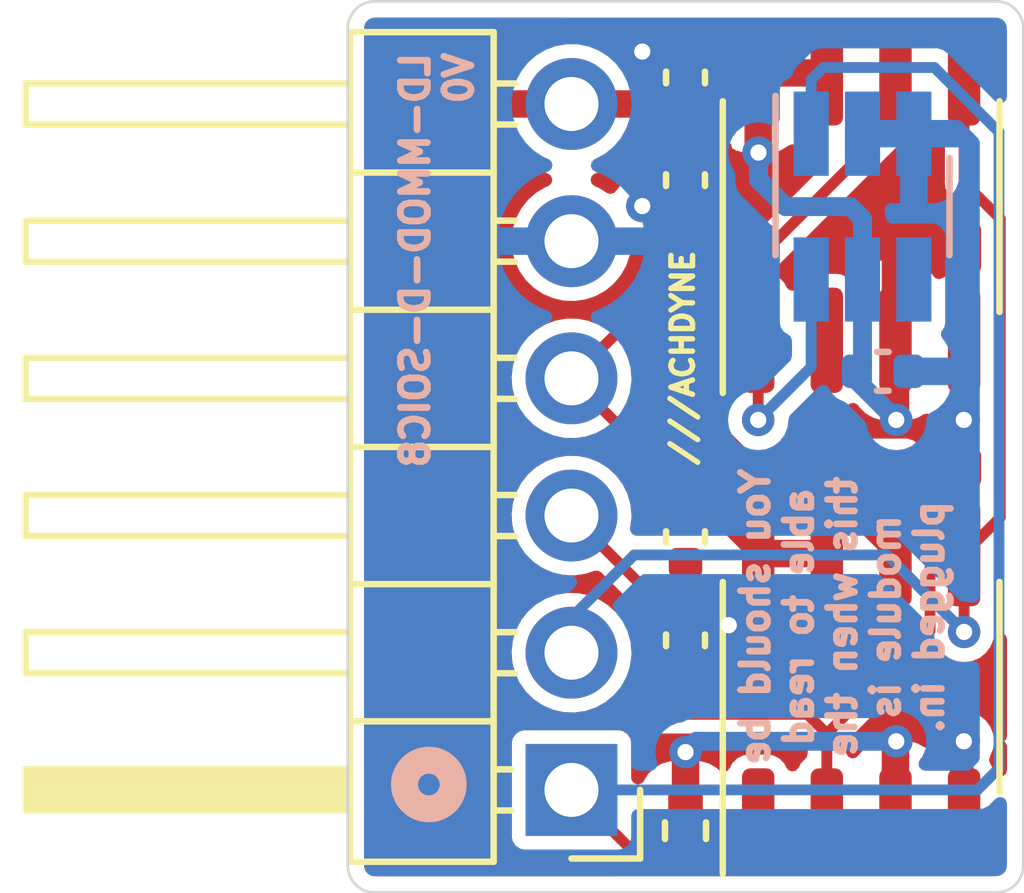
<source format=kicad_pcb>
(kicad_pcb (version 20211014) (generator pcbnew)
  (layers (0 "F.Cu" signal) (31 "B.Cu" signal) (34 "B.Paste" user) (35 "F.Paste" user) (36 "B.SilkS" user "B.Silkscreen") (37 "F.SilkS" user "F.Silkscreen") (38 "B.Mask" user) (39 "F.Mask" user) (44 "Edge.Cuts" user))
  (net 0 "")
  (net 1 "GND")
  (net 2 "/PWR3V3")
  (net 3 "/SPI_SCK")
  (net 4 "/SPI_MISO")
  (net 5 "/SPI_MOSI")
  (net 6 "/SPI_SS")
  (net 8 "/SPI_SS_INV")
  (footprint "Connector_PinHeader_2.54mm:PinHeader_1x06_P2.54mm_Horizontal" (layer "F.Cu") (at 104.14 114.6 180)
    (fp_text reference "PMOD1" hide)
    (fp_text value "PMOD-Device-x1-Type-2-SPI" hide)
    (fp_line (start 1.44 14.03) (end 4.1 14.03) (layer "F.SilkS") (width 0.12))
    (fp_line (start 4.1 -0.08) (end 10.1 -0.08) (layer "F.SilkS") (width 0.12))
    (fp_line (start 4.1 -1.33) (end 1.44 -1.33) (layer "F.SilkS") (width 0.12))
    (fp_line (start 1.44 1.27) (end 4.1 1.27) (layer "F.SilkS") (width 0.12))
    (fp_line (start 4.1 -0.2) (end 10.1 -0.2) (layer "F.SilkS") (width 0.12))
    (fp_line (start 4.1 -0.38) (end 10.1 -0.38) (layer "F.SilkS") (width 0.12))
    (fp_line (start 1.042929 8) (end 1.44 8) (layer "F.SilkS") (width 0.12))
    (fp_line (start 4.1 7.24) (end 10.1 7.24) (layer "F.SilkS") (width 0.12))
    (fp_line (start 10.1 8) (end 4.1 8) (layer "F.SilkS") (width 0.12))
    (fp_line (start 4.1 9.78) (end 10.1 9.78) (layer "F.SilkS") (width 0.12))
    (fp_line (start 1.44 -1.33) (end 1.44 14.03) (layer "F.SilkS") (width 0.12))
    (fp_line (start 1.042929 10.54) (end 1.44 10.54) (layer "F.SilkS") (width 0.12))
    (fp_line (start 1.042929 12.32) (end 1.44 12.32) (layer "F.SilkS") (width 0.12))
    (fp_line (start 1.11 0.38) (end 1.44 0.38) (layer "F.SilkS") (width 0.12))
    (fp_line (start 4.1 12.32) (end 10.1 12.32) (layer "F.SilkS") (width 0.12))
    (fp_line (start 1.44 6.35) (end 4.1 6.35) (layer "F.SilkS") (width 0.12))
    (fp_line (start 1.042929 4.7) (end 1.44 4.7) (layer "F.SilkS") (width 0.12))
    (fp_line (start -1.27 -1.27) (end 0 -1.27) (layer "F.SilkS") (width 0.12))
    (fp_line (start 1.042929 2.92) (end 1.44 2.92) (layer "F.SilkS") (width 0.12))
    (fp_line (start 10.1 10.54) (end 4.1 10.54) (layer "F.SilkS") (width 0.12))
    (fp_line (start 10.1 2.92) (end 4.1 2.92) (layer "F.SilkS") (width 0.12))
    (fp_line (start 1.042929 2.16) (end 1.44 2.16) (layer "F.SilkS") (width 0.12))
    (fp_line (start 4.1 0.04) (end 10.1 0.04) (layer "F.SilkS") (width 0.12))
    (fp_line (start 4.1 2.16) (end 10.1 2.16) (layer "F.SilkS") (width 0.12))
    (fp_line (start 10.1 9.78) (end 10.1 10.54) (layer "F.SilkS") (width 0.12))
    (fp_line (start 10.1 13.08) (end 4.1 13.08) (layer "F.SilkS") (width 0.12))
    (fp_line (start 4.1 0.16) (end 10.1 0.16) (layer "F.SilkS") (width 0.12))
    (fp_line (start 10.1 7.24) (end 10.1 8) (layer "F.SilkS") (width 0.12))
    (fp_line (start 10.1 -0.38) (end 10.1 0.38) (layer "F.SilkS") (width 0.12))
    (fp_line (start 10.1 5.46) (end 4.1 5.46) (layer "F.SilkS") (width 0.12))
    (fp_line (start 10.1 4.7) (end 10.1 5.46) (layer "F.SilkS") (width 0.12))
    (fp_line (start 1.042929 5.46) (end 1.44 5.46) (layer "F.SilkS") (width 0.12))
    (fp_line (start 10.1 2.16) (end 10.1 2.92) (layer "F.SilkS") (width 0.12))
    (fp_line (start 1.042929 13.08) (end 1.44 13.08) (layer "F.SilkS") (width 0.12))
    (fp_line (start 4.1 4.7) (end 10.1 4.7) (layer "F.SilkS") (width 0.12))
    (fp_line (start 10.1 0.38) (end 4.1 0.38) (layer "F.SilkS") (width 0.12))
    (fp_line (start 1.44 8.89) (end 4.1 8.89) (layer "F.SilkS") (width 0.12))
    (fp_line (start 4.1 -0.32) (end 10.1 -0.32) (layer "F.SilkS") (width 0.12))
    (fp_line (start 1.042929 7.24) (end 1.44 7.24) (layer "F.SilkS") (width 0.12))
    (fp_line (start 10.1 12.32) (end 10.1 13.08) (layer "F.SilkS") (width 0.12))
    (fp_line (start 1.042929 9.78) (end 1.44 9.78) (layer "F.SilkS") (width 0.12))
    (fp_line (start 1.44 11.43) (end 4.1 11.43) (layer "F.SilkS") (width 0.12))
    (fp_line (start 1.44 3.81) (end 4.1 3.81) (layer "F.SilkS") (width 0.12))
    (fp_line (start -1.27 0) (end -1.27 -1.27) (layer "F.SilkS") (width 0.12))
    (fp_line (start 1.11 -0.38) (end 1.44 -0.38) (layer "F.SilkS") (width 0.12))
    (fp_line (start 4.1 0.28) (end 10.1 0.28) (layer "F.SilkS") (width 0.12))
    (fp_line (start 4.1 14.03) (end 4.1 -1.33) (layer "F.SilkS") (width 0.12))
    (pad "1" thru_hole rect (at 0 0 180) (size 1.7 1.7) (drill 1) (layers *.Cu *.Mask) (net 6 "/SPI_SS"))
    (pad "2" thru_hole oval (at 0 2.54 180) (size 1.7 1.7) (drill 1) (layers *.Cu *.Mask) (net 5 "/SPI_MOSI"))
    (pad "3" thru_hole oval (at 0 5.08 180) (size 1.7 1.7) (drill 1) (layers *.Cu *.Mask) (net 4 "/SPI_MISO"))
    (pad "4" thru_hole oval (at 0 7.62 180) (size 1.7 1.7) (drill 1) (layers *.Cu *.Mask) (net 3 "/SPI_SCK"))
    (pad "5" thru_hole oval (at 0 10.16 180) (size 1.7 1.7) (drill 1) (layers *.Cu *.Mask) (net 1 "GND"))
    (pad "6" thru_hole oval (at 0 12.7 180) (size 1.7 1.7) (drill 1) (layers *.Cu *.Mask) (net 2 "/PWR3V3"))
  )
  (footprint "Capacitor_SMD:C_0402_1005Metric" (layer "F.Cu") (at 106.25 111.83 90)
    (fp_text reference "C2" hide)
    (fp_text value "1uF" hide)
    (fp_line (start -0.107836 -0.36) (end 0.107836 -0.36) (layer "F.SilkS") (width 0.12))
    (fp_line (start -0.107836 0.36) (end 0.107836 0.36) (layer "F.SilkS") (width 0.12))
    (pad "1" smd roundrect (at -0.48 0 90) (size 0.56 0.62) (layers "F.Cu" "F.Paste" "F.Mask") (net 2 "/PWR3V3"))
    (pad "2" smd roundrect (at 0.48 0 90) (size 0.56 0.62) (layers "F.Cu" "F.Paste" "F.Mask") (net 1 "GND"))
  )
  (footprint "Package_SO:SOIC-8_3.9x4.9mm_P1.27mm" (layer "F.Cu") (at 109.5 103.8 90)
    (fp_text reference "U2" hide)
    (fp_text value "AT25SF081-SSHD-X" hide)
    (fp_line (start 0 -2.56) (end -3.45 -2.56) (layer "F.SilkS") (width 0.12))
    (fp_line (start 0 2.56) (end -1.95 2.56) (layer "F.SilkS") (width 0.12))
    (fp_line (start 0 -2.56) (end 1.95 -2.56) (layer "F.SilkS") (width 0.12))
    (fp_line (start 0 2.56) (end 1.95 2.56) (layer "F.SilkS") (width 0.12))
    (pad "1" smd roundrect (at -2.475 -1.905 90) (size 1.95 0.6) (layers "F.Cu" "F.Paste" "F.Mask") (net 8 "/SPI_SS_INV"))
    (pad "2" smd roundrect (at -2.475 -0.635 90) (size 1.95 0.6) (layers "F.Cu" "F.Paste" "F.Mask") (net 4 "/SPI_MISO"))
    (pad "3" smd roundrect (at -2.475 0.635 90) (size 1.95 0.6) (layers "F.Cu" "F.Paste" "F.Mask") (net 2 "/PWR3V3"))
    (pad "4" smd roundrect (at -2.475 1.905 90) (size 1.95 0.6) (layers "F.Cu" "F.Paste" "F.Mask") (net 1 "GND"))
    (pad "5" smd roundrect (at 2.475 1.905 90) (size 1.95 0.6) (layers "F.Cu" "F.Paste" "F.Mask") (net 5 "/SPI_MOSI"))
    (pad "6" smd roundrect (at 2.475 0.635 90) (size 1.95 0.6) (layers "F.Cu" "F.Paste" "F.Mask") (net 3 "/SPI_SCK"))
    (pad "7" smd roundrect (at 2.475 -0.635 90) (size 1.95 0.6) (layers "F.Cu" "F.Paste" "F.Mask") (net 2 "/PWR3V3"))
    (pad "8" smd roundrect (at 2.475 -1.905 90) (size 1.95 0.6) (layers "F.Cu" "F.Paste" "F.Mask") (net 2 "/PWR3V3"))
  )
  (footprint "Capacitor_SMD:C_0402_1005Metric" (layer "F.Cu") (at 106.25 109.92 -90)
    (fp_text reference "C1" hide)
    (fp_text value "100nF" hide)
    (fp_line (start -0.107836 -0.36) (end 0.107836 -0.36) (layer "F.SilkS") (width 0.12))
    (fp_line (start -0.107836 0.36) (end 0.107836 0.36) (layer "F.SilkS") (width 0.12))
    (pad "1" smd roundrect (at -0.48 0 270) (size 0.56 0.62) (layers "F.Cu" "F.Paste" "F.Mask") (net 2 "/PWR3V3"))
    (pad "2" smd roundrect (at 0.48 0 270) (size 0.56 0.62) (layers "F.Cu" "F.Paste" "F.Mask") (net 1 "GND"))
  )
  (footprint "Capacitor_SMD:C_0402_1005Metric" (layer "F.Cu") (at 106.25 103.31 -90)
    (fp_text reference "C4" hide)
    (fp_text value "1uF" hide)
    (fp_line (start -0.107836 -0.36) (end 0.107836 -0.36) (layer "F.SilkS") (width 0.12))
    (fp_line (start -0.107836 0.36) (end 0.107836 0.36) (layer "F.SilkS") (width 0.12))
    (pad "1" smd roundrect (at -0.48 0 270) (size 0.56 0.62) (layers "F.Cu" "F.Paste" "F.Mask") (net 2 "/PWR3V3"))
    (pad "2" smd roundrect (at 0.48 0 270) (size 0.56 0.62) (layers "F.Cu" "F.Paste" "F.Mask") (net 1 "GND"))
  )
  (footprint "Package_SO:SOIC-8_3.9x4.9mm_P1.27mm" (layer "F.Cu") (at 109.5 112.7 90)
    (fp_text reference "U1" hide)
    (fp_text value "AT25SF081-SSHD-X" hide)
    (fp_line (start 0 -2.56) (end 1.95 -2.56) (layer "F.SilkS") (width 0.12))
    (fp_line (start 0 2.56) (end 1.95 2.56) (layer "F.SilkS") (width 0.12))
    (fp_line (start 0 2.56) (end -1.95 2.56) (layer "F.SilkS") (width 0.12))
    (fp_line (start 0 -2.56) (end -3.45 -2.56) (layer "F.SilkS") (width 0.12))
    (pad "1" smd roundrect (at -2.475 -1.905 90) (size 1.95 0.6) (layers "F.Cu" "F.Paste" "F.Mask") (net 6 "/SPI_SS"))
    (pad "2" smd roundrect (at -2.475 -0.635 90) (size 1.95 0.6) (layers "F.Cu" "F.Paste" "F.Mask") (net 4 "/SPI_MISO"))
    (pad "3" smd roundrect (at -2.475 0.635 90) (size 1.95 0.6) (layers "F.Cu" "F.Paste" "F.Mask") (net 2 "/PWR3V3"))
    (pad "4" smd roundrect (at -2.475 1.905 90) (size 1.95 0.6) (layers "F.Cu" "F.Paste" "F.Mask") (net 1 "GND"))
    (pad "5" smd roundrect (at 2.475 1.905 90) (size 1.95 0.6) (layers "F.Cu" "F.Paste" "F.Mask") (net 5 "/SPI_MOSI"))
    (pad "6" smd roundrect (at 2.475 0.635 90) (size 1.95 0.6) (layers "F.Cu" "F.Paste" "F.Mask") (net 3 "/SPI_SCK"))
    (pad "7" smd roundrect (at 2.475 -0.635 90) (size 1.95 0.6) (layers "F.Cu" "F.Paste" "F.Mask") (net 2 "/PWR3V3"))
    (pad "8" smd roundrect (at 2.475 -1.905 90) (size 1.95 0.6) (layers "F.Cu" "F.Paste" "F.Mask") (net 2 "/PWR3V3"))
  )
  (footprint "Capacitor_SMD:C_0402_1005Metric" (layer "F.Cu") (at 106.25 101.41 90)
    (fp_text reference "C3" hide)
    (fp_text value "100nF" hide)
    (fp_line (start -0.107836 -0.36) (end 0.107836 -0.36) (layer "F.SilkS") (width 0.12))
    (fp_line (start -0.107836 0.36) (end 0.107836 0.36) (layer "F.SilkS") (width 0.12))
    (pad "1" smd roundrect (at -0.48 0 90) (size 0.56 0.62) (layers "F.Cu" "F.Paste" "F.Mask") (net 2 "/PWR3V3"))
    (pad "2" smd roundrect (at 0.48 0 90) (size 0.56 0.62) (layers "F.Cu" "F.Paste" "F.Mask") (net 1 "GND"))
  )
  (footprint "Resistor_SMD:R_0402_1005Metric" (layer "F.Cu") (at 106.25 115.355 -90)
    (fp_text reference "R3" hide)
    (fp_text value "10K" hide)
    (fp_line (start -0.153641 0.38) (end 0.153641 0.38) (layer "F.SilkS") (width 0.12))
    (fp_line (start -0.153641 -0.38) (end 0.153641 -0.38) (layer "F.SilkS") (width 0.12))
    (pad "1" smd roundrect (at -0.51 0 270) (size 0.54 0.64) (layers "F.Cu" "F.Paste" "F.Mask") (net 2 "/PWR3V3"))
    (pad "2" smd roundrect (at 0.51 0 270) (size 0.54 0.64) (layers "F.Cu" "F.Paste" "F.Mask") (net 6 "/SPI_SS"))
  )
  (footprint "Package_TO_SOT_SMD:SOT-23-6_Handsoldering" (layer "B.Cu") (at 109.525 103.8 -90)
    (fp_text reference "U3" hide)
    (fp_text value "SN74LVC2GU04DBVR" hide)
    (fp_line (start 0.9 1.61) (end -2.05 1.61) (layer "B.SilkS") (width 0.12))
    (fp_line (start -0.9 -1.61) (end 0.9 -1.61) (layer "B.SilkS") (width 0.12))
    (pad "1" smd rect (at -1.35 0.95 270) (size 1.56 0.65) (layers "B.Cu" "B.Mask") (net 6 "/SPI_SS"))
    (pad "2" smd rect (at -1.35 0 270) (size 1.56 0.65) (layers "B.Cu" "B.Mask") (net 1 "GND"))
    (pad "3" smd rect (at -1.35 -0.95 270) (size 1.56 0.65) (layers "B.Cu" "B.Mask") (net 1 "GND"))
    (pad "4" smd rect (at 1.35 -0.95 270) (size 1.56 0.65) (layers "B.Cu" "B.Mask"))
    (pad "5" smd rect (at 1.35 0 270) (size 1.56 0.65) (layers "B.Cu" "B.Mask") (net 2 "/PWR3V3"))
    (pad "6" smd rect (at 1.35 0.95 270) (size 1.56 0.65) (layers "B.Cu" "B.Mask") (net 8 "/SPI_SS_INV"))
  )
  (footprint "Capacitor_SMD:C_0402_1005Metric" (layer "B.Cu") (at 109.9 106.85)
    (fp_text reference "C5" hide)
    (fp_text value "100nF" hide)
    (fp_line (start -0.107836 0.36) (end 0.107836 0.36) (layer "B.SilkS") (width 0.12))
    (fp_line (start -0.107836 -0.36) (end 0.107836 -0.36) (layer "B.SilkS") (width 0.12))
    (pad "1" smd roundrect (at -0.48 0) (size 0.56 0.62) (layers "B.Cu" "B.Mask") (net 2 "/PWR3V3"))
    (pad "2" smd roundrect (at 0.48 0) (size 0.56 0.62) (layers "B.Cu" "B.Mask") (net 1 "GND"))
  )
  (gr_circle (center 101.5 114.5) (end 101.7 114.5) (layer "B.SilkS") (width 0.5) (fill none))
  (gr_line (start 100.5 100) (end 112 100) (layer "Edge.Cuts") (width 0.05))
  (gr_line (start 112.5 100.5) (end 112.5 116) (layer "Edge.Cuts") (width 0.05))
  (gr_line (start 100.5 116.5) (end 112 116.5) (layer "Edge.Cuts") (width 0.05))
  (gr_line (start 100 100.5) (end 100 116) (layer "Edge.Cuts") (width 0.05))
  (gr_arc (start 112 100) (mid 112.353553 100.146447) (end 112.5 100.5) (layer "Edge.Cuts") (width 0.05))
  (gr_arc (start 100.5 116.500099) (mid 100.146377 116.353623) (end 99.999901 116) (layer "Edge.Cuts") (width 0.05))
  (gr_arc (start 112.5 116) (mid 112.353553 116.353553) (end 112 116.5) (layer "Edge.Cuts") (width 0.05))
  (gr_arc (start 100 100.5) (mid 100.146447 100.146447) (end 100.5 100) (layer "Edge.Cuts") (width 0.05))
  (gr_text "LD-MMOD-D-SOIC8\nV0" (at 101.651 100.889 90) (layer "B.SilkS") (effects (font (size 0.5 0.5) (thickness 0.125)) (justify left mirror)))
  (gr_text "You should be\nable to read\nthis when the\nmodule is\nplugged in." (at 109.15 111.4 90) (layer "B.SilkS") (effects (font (size 0.5 0.5) (thickness 0.125)) (justify mirror)))
  (gr_text "///ACHDYNE" (at 106.2 106.6 90) (layer "F.SilkS") (effects (font (size 0.4 0.4) (thickness 0.1))))
  (segment (start 111.405 115.175) (end 111.405 113.705) (width 0.35) (layer "F.Cu") (net 1))
  (segment (start 111.405 113.705) (end 111.4 113.7) (width 0.35) (layer "F.Cu") (net 1))
  (segment (start 106.25 100.93) (end 105.45 100.93) (width 0.35) (layer "F.Cu") (net 1))
  (segment (start 106.85 111.35) (end 107.05 111.55) (width 0.35) (layer "F.Cu") (net 1))
  (segment (start 106.25 110.4) (end 106.25 111.35) (width 0.35) (layer "F.Cu") (net 1))
  (segment (start 106.25 111.35) (end 106.85 111.35) (width 0.35) (layer "F.Cu") (net 1))
  (segment (start 111.405 106.275) (end 111.405 107.745) (width 0.35) (layer "F.Cu") (net 1))
  (segment (start 106.25 103.79) (end 105.45 103.79) (width 0.35) (layer "F.Cu") (net 1))
  (segment (start 111.405 107.745) (end 111.4 107.75) (width 0.35) (layer "F.Cu") (net 1))
  (via (at 111.4 107.75) (size 0.6) (drill 0.3) (layers "F.Cu" "B.Cu") (net 1))
  (via (at 107.05 111.55) (size 0.6) (drill 0.3) (layers "F.Cu" "B.Cu") (net 1))
  (via (at 105.45 100.93) (size 0.6) (drill 0.3) (layers "F.Cu" "B.Cu") (net 1))
  (via (at 111.4 113.7) (size 0.6) (drill 0.3) (layers "F.Cu" "B.Cu") (net 1))
  (via (at 105.45 103.79) (size 0.6) (drill 0.3) (layers "F.Cu" "B.Cu") (net 1))
  (segment (start 110.135 107.735) (end 110.15 107.75) (width 0.35) (layer "F.Cu") (net 2))
  (segment (start 106.25 101.89) (end 107.03 101.89) (width 0.35) (layer "F.Cu") (net 2))
  (segment (start 106.25 109.44) (end 106.81 109.44) (width 0.35) (layer "F.Cu") (net 2))
  (segment (start 110.135 106.275) (end 110.135 107.735) (width 0.35) (layer "F.Cu") (net 2))
  (segment (start 106.25 114.845) (end 106.25 113.9) (width 0.35) (layer "F.Cu") (net 2))
  (segment (start 106.81 109.44) (end 107.595 110.225) (width 0.35) (layer "F.Cu") (net 2))
  (segment (start 107.03 101.89) (end 107.595 101.325) (width 0.35) (layer "F.Cu") (net 2))
  (segment (start 110.135 115.175) (end 110.135 113.715) (width 0.35) (layer "F.Cu") (net 2))
  (segment (start 110.135 113.715) (end 110.15 113.7) (width 0.35) (layer "F.Cu") (net 2))
  (segment (start 108.865 101.325) (end 107.595 101.325) (width 0.35) (layer "F.Cu") (net 2))
  (segment (start 107.595 110.225) (end 108.865 110.225) (width 0.35) (layer "F.Cu") (net 2))
  (via (at 106.25 113.9) (size 0.6) (drill 0.3) (layers "F.Cu" "B.Cu") (net 2))
  (via (at 107.6 102.8) (size 0.6) (drill 0.3) (layers "F.Cu" "B.Cu") (net 2))
  (via (at 110.15 113.7) (size 0.6) (drill 0.3) (layers "F.Cu" "B.Cu") (net 2))
  (via (at 110.15 107.75) (size 0.6) (drill 0.3) (layers "F.Cu" "B.Cu") (net 2))
  (segment (start 107.6 102.8) (end 107.6 103.3) (width 0.35) (layer "B.Cu") (net 2))
  (segment (start 109.3 103.8) (end 109.525 104.025) (width 0.35) (layer "B.Cu") (net 2))
  (segment (start 109.525 106.745) (end 109.42 106.85) (width 0.35) (layer "B.Cu") (net 2))
  (segment (start 109.525 104.025) (end 109.525 105.15) (width 0.35) (layer "B.Cu") (net 2))
  (segment (start 107.6 103.3) (end 108.1 103.8) (width 0.35) (layer "B.Cu") (net 2))
  (segment (start 106.45 113.7) (end 106.25 113.9) (width 0.35) (layer "B.Cu") (net 2))
  (segment (start 108.1 103.8) (end 109.3 103.8) (width 0.35) (layer "B.Cu") (net 2))
  (segment (start 109.525 105.15) (end 109.525 106.745) (width 0.35) (layer "B.Cu") (net 2))
  (segment (start 110.15 113.7) (end 106.45 113.7) (width 0.35) (layer "B.Cu") (net 2))
  (segment (start 109.42 107.02) (end 110.15 107.75) (width 0.35) (layer "B.Cu") (net 2))
  (segment (start 109.42 106.85) (end 109.42 107.02) (width 0.35) (layer "B.Cu") (net 2))
  (segment (start 106.8 107.85) (end 107.8 108.85) (width 0.2) (layer "F.Cu") (net 3))
  (segment (start 107.8 108.85) (end 109.2 108.85) (width 0.2) (layer "F.Cu") (net 3))
  (segment (start 107.65 104.7) (end 110.135 102.215) (width 0.2) (layer "F.Cu") (net 3))
  (segment (start 104.14 106.98) (end 106.42 104.7) (width 0.2) (layer "F.Cu") (net 3))
  (segment (start 109.5 109.15) (end 109.5 109.7) (width 0.2) (layer "F.Cu") (net 3))
  (segment (start 109.2 108.85) (end 109.5 109.15) (width 0.2) (layer "F.Cu") (net 3))
  (segment (start 105.01 107.85) (end 106.8 107.85) (width 0.2) (layer "F.Cu") (net 3))
  (segment (start 110.135 102.215) (end 110.135 101.325) (width 0.2) (layer "F.Cu") (net 3))
  (segment (start 109.5 109.7) (end 110.025 110.225) (width 0.2) (layer "F.Cu") (net 3))
  (segment (start 110.025 110.225) (end 110.135 110.225) (width 0.2) (layer "F.Cu") (net 3))
  (segment (start 106.42 104.7) (end 107.65 104.7) (width 0.2) (layer "F.Cu") (net 3))
  (segment (start 104.14 106.98) (end 105.01 107.85) (width 0.2) (layer "F.Cu") (net 3))
  (segment (start 108.865 115.175) (end 108.865 113.56) (width 0.2) (layer "F.Cu") (net 4))
  (segment (start 109.475 108.45) (end 108.865 107.84) (width 0.2) (layer "F.Cu") (net 4))
  (segment (start 105.85 113.2) (end 108.505 113.2) (width 0.2) (layer "F.Cu") (net 4))
  (segment (start 110.3 108.45) (end 109.475 108.45) (width 0.2) (layer "F.Cu") (net 4))
  (segment (start 110.775 111.65) (end 110.775 108.925) (width 0.2) (layer "F.Cu") (net 4))
  (segment (start 105.5 112.85) (end 105.85 113.2) (width 0.2) (layer "F.Cu") (net 4))
  (segment (start 108.865 113.56) (end 110.775 111.65) (width 0.2) (layer "F.Cu") (net 4))
  (segment (start 108.505 113.2) (end 108.865 113.56) (width 0.2) (layer "F.Cu") (net 4))
  (segment (start 105.5 110.88) (end 105.5 112.85) (width 0.2) (layer "F.Cu") (net 4))
  (segment (start 104.14 109.52) (end 105.5 110.88) (width 0.2) (layer "F.Cu") (net 4))
  (segment (start 108.865 107.84) (end 108.865 106.275) (width 0.2) (layer "F.Cu") (net 4))
  (segment (start 110.775 108.925) (end 110.3 108.45) (width 0.2) (layer "F.Cu") (net 4))
  (segment (start 111.405 103.355) (end 111.405 101.325) (width 0.2) (layer "F.Cu") (net 5))
  (segment (start 111.405 110.225) (end 111.405 111.675) (width 0.2) (layer "F.Cu") (net 5))
  (segment (start 112.075 104.025) (end 111.405 103.355) (width 0.2) (layer "F.Cu") (net 5))
  (segment (start 111.405 110.225) (end 112.075 109.555) (width 0.2) (layer "F.Cu") (net 5))
  (segment (start 112.075 109.555) (end 112.075 104.025) (width 0.2) (layer "F.Cu") (net 5))
  (via (at 111.405 111.675) (size 0.6) (drill 0.3) (layers "F.Cu" "B.Cu") (net 5))
  (segment (start 109.98 110.25) (end 111.405 111.675) (width 0.2) (layer "B.Cu") (net 5))
  (segment (start 105.3 110.25) (end 109.98 110.25) (width 0.2) (layer "B.Cu") (net 5))
  (segment (start 104.14 112.06) (end 104.14 111.41) (width 0.2) (layer "B.Cu") (net 5))
  (segment (start 104.14 111.41) (end 105.3 110.25) (width 0.2) (layer "B.Cu") (net 5))
  (segment (start 104.14 114.6) (end 105.405 115.865) (width 0.2) (layer "F.Cu") (net 6))
  (segment (start 106.25 115.865) (end 106.905 115.865) (width 0.2) (layer "F.Cu") (net 6))
  (segment (start 105.405 115.865) (end 106.25 115.865) (width 0.2) (layer "F.Cu") (net 6))
  (segment (start 106.905 115.865) (end 107.595 115.175) (width 0.2) (layer "F.Cu") (net 6))
  (segment (start 111.65 114.6) (end 112.05 114.2) (width 0.2) (layer "B.Cu") (net 6))
  (segment (start 110.855 101.225) (end 108.8 101.225) (width 0.2) (layer "B.Cu") (net 6))
  (segment (start 108.8 101.225) (end 108.575 101.45) (width 0.2) (layer "B.Cu") (net 6))
  (segment (start 104.14 114.6) (end 111.65 114.6) (width 0.2) (layer "B.Cu") (net 6))
  (segment (start 112.05 114.2) (end 112.05 102.42) (width 0.2) (layer "B.Cu") (net 6))
  (segment (start 108.575 101.45) (end 108.575 102.45) (width 0.2) (layer "B.Cu") (net 6))
  (segment (start 112.05 102.42) (end 110.855 101.225) (width 0.2) (layer "B.Cu") (net 6))
  (segment (start 107.595 106.275) (end 107.595 107.75) (width 0.2) (layer "F.Cu") (net 8))
  (via (at 107.595 107.75) (size 0.6) (drill 0.3) (layers "F.Cu" "B.Cu") (net 8))
  (segment (start 107.595 107.75) (end 108.575 106.77) (width 0.2) (layer "B.Cu") (net 8))
  (segment (start 108.575 106.77) (end 108.575 105.15) (width 0.2) (layer "B.Cu") (net 8))
  (zone (net 2) (net_name "/PWR3V3") (layer "F.Cu") (connect_pads (clearance 0.254)) (min_thickness 0.254) (fill yes (thermal_gap 0.508) (thermal_bridge_width 0.508))
    (polygon (pts (xy 112.5 116.5) (xy 100 116.5) (xy 100 100) (xy 112.5 100)))
  )
  (zone (net 1) (net_name "GND") (layer "B.Cu") (connect_pads (clearance 0.254)) (min_thickness 0.254) (fill yes (thermal_gap 0.508) (thermal_bridge_width 0.508))
    (polygon (pts (xy 112.5 116.5) (xy 100 116.5) (xy 100 100) (xy 112.5 100)))
  )
)
</source>
